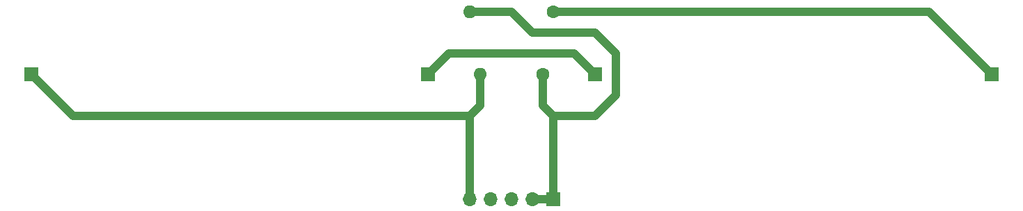
<source format=gbr>
%TF.GenerationSoftware,KiCad,Pcbnew,(6.0.5)*%
%TF.CreationDate,2022-08-08T19:37:45+02:00*%
%TF.ProjectId,Solar,536f6c61-722e-46b6-9963-61645f706362,rev?*%
%TF.SameCoordinates,Original*%
%TF.FileFunction,Copper,L1,Top*%
%TF.FilePolarity,Positive*%
%FSLAX46Y46*%
G04 Gerber Fmt 4.6, Leading zero omitted, Abs format (unit mm)*
G04 Created by KiCad (PCBNEW (6.0.5)) date 2022-08-08 19:37:45*
%MOMM*%
%LPD*%
G01*
G04 APERTURE LIST*
%TA.AperFunction,ComponentPad*%
%ADD10R,1.700000X1.700000*%
%TD*%
%TA.AperFunction,ComponentPad*%
%ADD11O,1.700000X1.700000*%
%TD*%
%TA.AperFunction,ComponentPad*%
%ADD12C,1.600000*%
%TD*%
%TA.AperFunction,ComponentPad*%
%ADD13O,1.600000X1.600000*%
%TD*%
%TA.AperFunction,Conductor*%
%ADD14C,1.000000*%
%TD*%
%TA.AperFunction,Conductor*%
%ADD15C,0.250000*%
%TD*%
G04 APERTURE END LIST*
D10*
%TO.P,SolarPanelConnector1,1,Pin_1*%
%TO.N,Net-(R1-Pad2)*%
X149855000Y-119380000D03*
D11*
%TO.P,SolarPanelConnector1,2,Pin_2*%
X147315000Y-119380000D03*
%TO.P,SolarPanelConnector1,3,Pin_3*%
%TO.N,unconnected-(SolarPanelConnector1-Pad3)*%
X144775000Y-119380000D03*
%TO.P,SolarPanelConnector1,4,Pin_4*%
%TO.N,unconnected-(SolarPanelConnector1-Pad4)*%
X142235000Y-119380000D03*
%TO.P,SolarPanelConnector1,5,Pin_5*%
%TO.N,/Solar2Neg*%
X139695000Y-119380000D03*
%TD*%
D10*
%TO.P,Solar1conn1,1,Pin_1*%
%TO.N,/Solar1Pos*%
X203200000Y-104140000D03*
%TD*%
%TO.P,SolarJoin1,1,Pin_1*%
%TO.N,Net-(SC1-Pad2)*%
X134620000Y-104140000D03*
%TD*%
D12*
%TO.P,R1,1*%
%TO.N,/Solar1Pos*%
X149860000Y-96520000D03*
D13*
%TO.P,R1,2*%
%TO.N,Net-(R1-Pad2)*%
X139700000Y-96520000D03*
%TD*%
D10*
%TO.P,Solar2conn1,1,Pin_1*%
%TO.N,/Solar2Neg*%
X86360000Y-104140000D03*
%TD*%
%TO.P,SolarJoin2,1,Pin_1*%
%TO.N,Net-(SC1-Pad2)*%
X154940000Y-104140000D03*
%TD*%
D12*
%TO.P,R2,1*%
%TO.N,Net-(R1-Pad2)*%
X148590000Y-104140000D03*
D13*
%TO.P,R2,2*%
%TO.N,/Solar2Neg*%
X140970000Y-104140000D03*
%TD*%
D14*
%TO.N,/Solar1Pos*%
X149860000Y-96520000D02*
X195580000Y-96520000D01*
X195580000Y-96520000D02*
X203200000Y-104140000D01*
D15*
%TO.N,Net-(R1-Pad2)*%
X148590000Y-107955000D02*
X149855000Y-109220000D01*
D14*
X144780000Y-96520000D02*
X147320000Y-99060000D01*
X149855000Y-109220000D02*
X149855000Y-119380000D01*
D15*
X148590000Y-104140000D02*
X148590000Y-107955000D01*
D14*
X157480000Y-101600000D02*
X157480000Y-106680000D01*
X139700000Y-96520000D02*
X144780000Y-96520000D01*
X154940000Y-99060000D02*
X157480000Y-101600000D01*
X154940000Y-109220000D02*
X149860000Y-109220000D01*
X148590000Y-107950000D02*
X148590000Y-104140000D01*
X149855000Y-119380000D02*
X147315000Y-119380000D01*
X149860000Y-109220000D02*
X148590000Y-107950000D01*
X147320000Y-99060000D02*
X154940000Y-99060000D01*
X157480000Y-106680000D02*
X154940000Y-109220000D01*
%TO.N,/Solar2Neg*%
X140970000Y-107945000D02*
X139695000Y-109220000D01*
X139695000Y-109220000D02*
X139695000Y-119380000D01*
X139695000Y-109220000D02*
X91440000Y-109220000D01*
X91440000Y-109220000D02*
X86360000Y-104140000D01*
X140970000Y-104140000D02*
X140970000Y-107945000D01*
%TO.N,Net-(SC1-Pad2)*%
X134620000Y-104140000D02*
X137160000Y-101600000D01*
X137160000Y-101600000D02*
X152400000Y-101600000D01*
X152400000Y-101600000D02*
X154940000Y-104140000D01*
%TD*%
M02*

</source>
